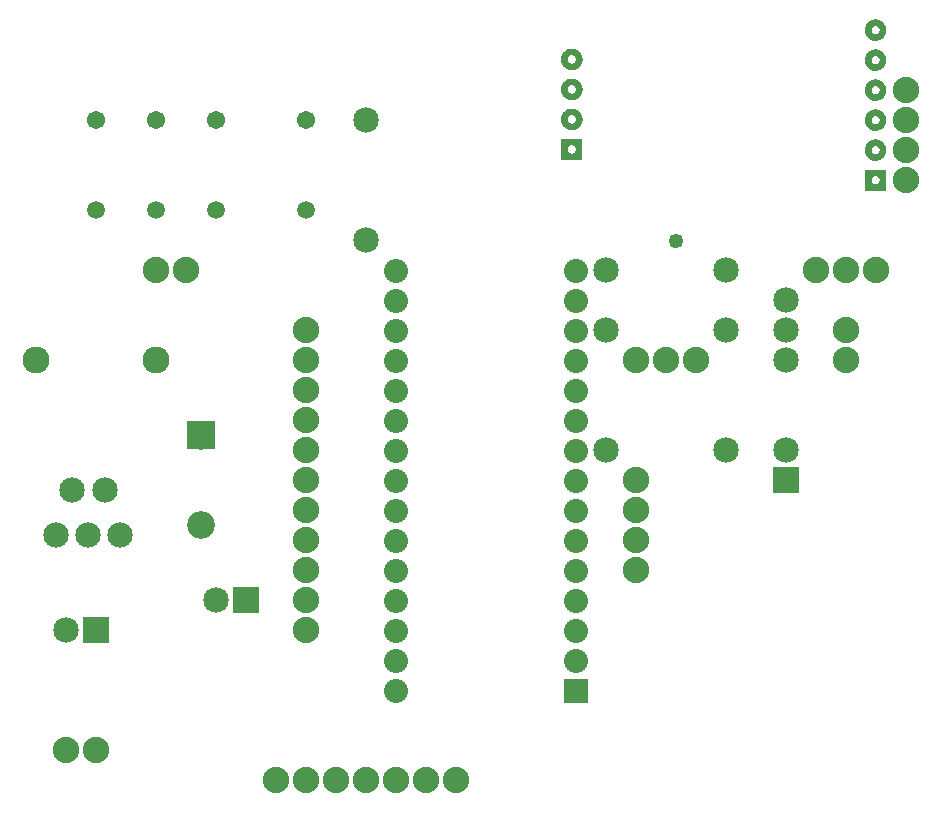
<source format=gts>
G04 MADE WITH FRITZING*
G04 WWW.FRITZING.ORG*
G04 DOUBLE SIDED*
G04 HOLES PLATED*
G04 CONTOUR ON CENTER OF CONTOUR VECTOR*
%ASAXBY*%
%FSLAX23Y23*%
%MOIN*%
%OFA0B0*%
%SFA1.0B1.0*%
%ADD10C,0.084370*%
%ADD11C,0.049370*%
%ADD12C,0.092000*%
%ADD13C,0.085000*%
%ADD14C,0.090000*%
%ADD15C,0.059312*%
%ADD16C,0.060823*%
%ADD17C,0.088000*%
%ADD18C,0.080000*%
%ADD19R,0.092000X0.092000*%
%ADD20R,0.085000X0.085000*%
%ADD21R,0.079972X0.080000*%
%ADD22R,0.001000X0.001000*%
%LNMASK1*%
G90*
G70*
G54D10*
X999Y1312D03*
X888Y1312D03*
X836Y1164D03*
X943Y1164D03*
X1049Y1164D03*
G54D11*
X2903Y2143D03*
G54D12*
X1320Y1494D03*
X1320Y1196D03*
G54D13*
X1469Y945D03*
X1369Y945D03*
X969Y845D03*
X869Y845D03*
G54D14*
X769Y1745D03*
X1169Y1745D03*
G54D15*
X1669Y2245D03*
G54D16*
X1669Y2545D03*
G54D15*
X1369Y2245D03*
G54D16*
X1369Y2545D03*
G54D15*
X1169Y2245D03*
X969Y2245D03*
G54D16*
X1169Y2545D03*
X969Y2545D03*
G54D17*
X1569Y345D03*
X1669Y345D03*
X1769Y345D03*
X1869Y345D03*
X1969Y345D03*
X2069Y345D03*
X2169Y345D03*
X2769Y1345D03*
X2769Y1245D03*
X2769Y1145D03*
X2769Y1045D03*
X3669Y2645D03*
X3669Y2545D03*
X3669Y2445D03*
X3669Y2345D03*
X1669Y1545D03*
X1669Y1445D03*
X1669Y1345D03*
X1669Y1245D03*
X1669Y1145D03*
X1669Y1045D03*
X1669Y945D03*
X1669Y845D03*
G54D13*
X2669Y2045D03*
X3069Y2045D03*
X1869Y2545D03*
X1869Y2145D03*
G54D17*
X1169Y2045D03*
X1269Y2045D03*
G54D13*
X3269Y1945D03*
X3269Y1845D03*
X3269Y1745D03*
X2669Y1845D03*
X3069Y1845D03*
G54D17*
X3469Y1845D03*
X3469Y1745D03*
X2969Y1745D03*
X2869Y1745D03*
X2769Y1745D03*
G54D18*
X2569Y644D03*
X2569Y744D03*
X2569Y844D03*
X2569Y944D03*
X2569Y1044D03*
X2569Y1144D03*
X2569Y1244D03*
X2569Y1344D03*
X2569Y1444D03*
X2569Y1544D03*
X2569Y1644D03*
X2569Y1744D03*
X2569Y1844D03*
X2569Y1944D03*
X2569Y2044D03*
X1969Y644D03*
X1969Y744D03*
X1969Y844D03*
X1969Y944D03*
X1969Y1044D03*
X1969Y1144D03*
X1969Y1244D03*
X1969Y1344D03*
X1969Y1444D03*
X1969Y1544D03*
X1969Y1644D03*
X1969Y1744D03*
X1969Y1844D03*
X1969Y1944D03*
X1969Y2044D03*
G54D13*
X2669Y1445D03*
X3069Y1445D03*
X3269Y1345D03*
X3269Y1445D03*
G54D17*
X3369Y2045D03*
X3469Y2045D03*
X3569Y2045D03*
X869Y445D03*
X969Y445D03*
X1669Y1845D03*
X1669Y1745D03*
X1669Y1645D03*
G54D19*
X1320Y1495D03*
G54D20*
X1469Y945D03*
X969Y845D03*
G54D21*
X2569Y644D03*
G54D20*
X3269Y1345D03*
G54D22*
X3563Y2881D02*
X3572Y2881D01*
X3559Y2880D02*
X3577Y2880D01*
X3556Y2879D02*
X3580Y2879D01*
X3553Y2878D02*
X3582Y2878D01*
X3551Y2877D02*
X3584Y2877D01*
X3550Y2876D02*
X3586Y2876D01*
X3548Y2875D02*
X3588Y2875D01*
X3547Y2874D02*
X3589Y2874D01*
X3545Y2873D02*
X3590Y2873D01*
X3544Y2872D02*
X3591Y2872D01*
X3543Y2871D02*
X3593Y2871D01*
X3542Y2870D02*
X3594Y2870D01*
X3541Y2869D02*
X3594Y2869D01*
X3540Y2868D02*
X3595Y2868D01*
X3540Y2867D02*
X3596Y2867D01*
X3539Y2866D02*
X3597Y2866D01*
X3538Y2865D02*
X3597Y2865D01*
X3538Y2864D02*
X3598Y2864D01*
X3537Y2863D02*
X3599Y2863D01*
X3537Y2862D02*
X3599Y2862D01*
X3536Y2861D02*
X3600Y2861D01*
X3536Y2860D02*
X3600Y2860D01*
X3535Y2859D02*
X3601Y2859D01*
X3535Y2858D02*
X3562Y2858D01*
X3574Y2858D02*
X3601Y2858D01*
X3534Y2857D02*
X3560Y2857D01*
X3575Y2857D02*
X3601Y2857D01*
X3534Y2856D02*
X3559Y2856D01*
X3577Y2856D02*
X3602Y2856D01*
X3534Y2855D02*
X3558Y2855D01*
X3578Y2855D02*
X3602Y2855D01*
X3534Y2854D02*
X3557Y2854D01*
X3579Y2854D02*
X3602Y2854D01*
X3533Y2853D02*
X3556Y2853D01*
X3580Y2853D02*
X3602Y2853D01*
X3533Y2852D02*
X3555Y2852D01*
X3580Y2852D02*
X3603Y2852D01*
X3533Y2851D02*
X3555Y2851D01*
X3581Y2851D02*
X3603Y2851D01*
X3533Y2850D02*
X3555Y2850D01*
X3581Y2850D02*
X3603Y2850D01*
X3533Y2849D02*
X3554Y2849D01*
X3581Y2849D02*
X3603Y2849D01*
X3533Y2848D02*
X3554Y2848D01*
X3582Y2848D02*
X3603Y2848D01*
X3532Y2847D02*
X3554Y2847D01*
X3582Y2847D02*
X3603Y2847D01*
X3532Y2846D02*
X3554Y2846D01*
X3582Y2846D02*
X3603Y2846D01*
X3532Y2845D02*
X3554Y2845D01*
X3582Y2845D02*
X3603Y2845D01*
X3532Y2844D02*
X3554Y2844D01*
X3582Y2844D02*
X3603Y2844D01*
X3532Y2843D02*
X3554Y2843D01*
X3582Y2843D02*
X3603Y2843D01*
X3533Y2842D02*
X3554Y2842D01*
X3581Y2842D02*
X3603Y2842D01*
X3533Y2841D02*
X3555Y2841D01*
X3581Y2841D02*
X3603Y2841D01*
X3533Y2840D02*
X3555Y2840D01*
X3581Y2840D02*
X3603Y2840D01*
X3533Y2839D02*
X3555Y2839D01*
X3580Y2839D02*
X3603Y2839D01*
X3533Y2838D02*
X3556Y2838D01*
X3580Y2838D02*
X3602Y2838D01*
X3533Y2837D02*
X3557Y2837D01*
X3579Y2837D02*
X3602Y2837D01*
X3534Y2836D02*
X3558Y2836D01*
X3578Y2836D02*
X3602Y2836D01*
X3534Y2835D02*
X3559Y2835D01*
X3577Y2835D02*
X3602Y2835D01*
X3534Y2834D02*
X3560Y2834D01*
X3576Y2834D02*
X3601Y2834D01*
X3535Y2833D02*
X3562Y2833D01*
X3574Y2833D02*
X3601Y2833D01*
X3535Y2832D02*
X3566Y2832D01*
X3569Y2832D02*
X3601Y2832D01*
X3536Y2831D02*
X3600Y2831D01*
X3536Y2830D02*
X3600Y2830D01*
X3536Y2829D02*
X3599Y2829D01*
X3537Y2828D02*
X3599Y2828D01*
X3538Y2827D02*
X3598Y2827D01*
X3538Y2826D02*
X3597Y2826D01*
X3539Y2825D02*
X3597Y2825D01*
X3540Y2824D02*
X3596Y2824D01*
X3540Y2823D02*
X3595Y2823D01*
X3541Y2822D02*
X3595Y2822D01*
X3542Y2821D02*
X3594Y2821D01*
X3543Y2820D02*
X3593Y2820D01*
X3544Y2819D02*
X3592Y2819D01*
X3545Y2818D02*
X3591Y2818D01*
X3546Y2817D02*
X3589Y2817D01*
X3548Y2816D02*
X3588Y2816D01*
X3549Y2815D02*
X3586Y2815D01*
X3551Y2814D02*
X3585Y2814D01*
X3553Y2813D02*
X3583Y2813D01*
X3555Y2812D02*
X3580Y2812D01*
X3558Y2811D02*
X3577Y2811D01*
X3563Y2810D02*
X3573Y2810D01*
X2552Y2784D02*
X2558Y2784D01*
X2547Y2783D02*
X2564Y2783D01*
X2544Y2782D02*
X2567Y2782D01*
X2541Y2781D02*
X2569Y2781D01*
X3563Y2781D02*
X3572Y2781D01*
X2539Y2780D02*
X2572Y2780D01*
X3559Y2780D02*
X3577Y2780D01*
X2537Y2779D02*
X2573Y2779D01*
X3556Y2779D02*
X3580Y2779D01*
X2536Y2778D02*
X2575Y2778D01*
X3553Y2778D02*
X3582Y2778D01*
X2534Y2777D02*
X2576Y2777D01*
X3551Y2777D02*
X3584Y2777D01*
X2533Y2776D02*
X2578Y2776D01*
X3550Y2776D02*
X3586Y2776D01*
X2532Y2775D02*
X2579Y2775D01*
X3548Y2775D02*
X3588Y2775D01*
X2531Y2774D02*
X2580Y2774D01*
X3547Y2774D02*
X3589Y2774D01*
X2530Y2773D02*
X2581Y2773D01*
X3545Y2773D02*
X3590Y2773D01*
X2529Y2772D02*
X2582Y2772D01*
X3544Y2772D02*
X3592Y2772D01*
X2528Y2771D02*
X2583Y2771D01*
X3543Y2771D02*
X3593Y2771D01*
X2527Y2770D02*
X2583Y2770D01*
X3542Y2770D02*
X3594Y2770D01*
X2527Y2769D02*
X2584Y2769D01*
X3541Y2769D02*
X3594Y2769D01*
X2526Y2768D02*
X2585Y2768D01*
X3540Y2768D02*
X3595Y2768D01*
X2525Y2767D02*
X2585Y2767D01*
X3540Y2767D02*
X3596Y2767D01*
X2525Y2766D02*
X2586Y2766D01*
X3539Y2766D02*
X3597Y2766D01*
X2524Y2765D02*
X2587Y2765D01*
X3538Y2765D02*
X3597Y2765D01*
X2524Y2764D02*
X2587Y2764D01*
X3538Y2764D02*
X3598Y2764D01*
X2523Y2763D02*
X2588Y2763D01*
X3537Y2763D02*
X3599Y2763D01*
X2523Y2762D02*
X2588Y2762D01*
X3537Y2762D02*
X3599Y2762D01*
X2522Y2761D02*
X2550Y2761D01*
X2560Y2761D02*
X2588Y2761D01*
X3536Y2761D02*
X3600Y2761D01*
X2522Y2760D02*
X2548Y2760D01*
X2563Y2760D02*
X2589Y2760D01*
X3536Y2760D02*
X3600Y2760D01*
X2522Y2759D02*
X2547Y2759D01*
X2564Y2759D02*
X2589Y2759D01*
X3535Y2759D02*
X3601Y2759D01*
X2521Y2758D02*
X2546Y2758D01*
X2565Y2758D02*
X2589Y2758D01*
X3535Y2758D02*
X3562Y2758D01*
X3573Y2758D02*
X3601Y2758D01*
X2521Y2757D02*
X2545Y2757D01*
X2566Y2757D02*
X2590Y2757D01*
X3534Y2757D02*
X3560Y2757D01*
X3575Y2757D02*
X3601Y2757D01*
X2521Y2756D02*
X2544Y2756D01*
X2567Y2756D02*
X2590Y2756D01*
X3534Y2756D02*
X3559Y2756D01*
X3577Y2756D02*
X3602Y2756D01*
X2521Y2755D02*
X2543Y2755D01*
X2568Y2755D02*
X2590Y2755D01*
X3534Y2755D02*
X3558Y2755D01*
X3578Y2755D02*
X3602Y2755D01*
X2520Y2754D02*
X2543Y2754D01*
X2568Y2754D02*
X2590Y2754D01*
X3533Y2754D02*
X3557Y2754D01*
X3579Y2754D02*
X3602Y2754D01*
X2520Y2753D02*
X2542Y2753D01*
X2569Y2753D02*
X2590Y2753D01*
X3533Y2753D02*
X3556Y2753D01*
X3580Y2753D02*
X3602Y2753D01*
X2520Y2752D02*
X2542Y2752D01*
X2569Y2752D02*
X2591Y2752D01*
X3533Y2752D02*
X3555Y2752D01*
X3580Y2752D02*
X3603Y2752D01*
X2520Y2751D02*
X2542Y2751D01*
X2569Y2751D02*
X2591Y2751D01*
X3533Y2751D02*
X3555Y2751D01*
X3581Y2751D02*
X3603Y2751D01*
X2520Y2750D02*
X2542Y2750D01*
X2569Y2750D02*
X2591Y2750D01*
X3533Y2750D02*
X3555Y2750D01*
X3581Y2750D02*
X3603Y2750D01*
X2520Y2749D02*
X2541Y2749D01*
X2569Y2749D02*
X2591Y2749D01*
X3533Y2749D02*
X3554Y2749D01*
X3581Y2749D02*
X3603Y2749D01*
X2520Y2748D02*
X2541Y2748D01*
X2569Y2748D02*
X2591Y2748D01*
X3533Y2748D02*
X3554Y2748D01*
X3582Y2748D02*
X3603Y2748D01*
X2520Y2747D02*
X2541Y2747D01*
X2569Y2747D02*
X2591Y2747D01*
X3532Y2747D02*
X3554Y2747D01*
X3582Y2747D02*
X3603Y2747D01*
X2520Y2746D02*
X2542Y2746D01*
X2569Y2746D02*
X2591Y2746D01*
X3532Y2746D02*
X3554Y2746D01*
X3582Y2746D02*
X3603Y2746D01*
X2520Y2745D02*
X2542Y2745D01*
X2569Y2745D02*
X2591Y2745D01*
X3532Y2745D02*
X3554Y2745D01*
X3582Y2745D02*
X3603Y2745D01*
X2520Y2744D02*
X2542Y2744D01*
X2569Y2744D02*
X2591Y2744D01*
X3532Y2744D02*
X3554Y2744D01*
X3582Y2744D02*
X3603Y2744D01*
X2520Y2743D02*
X2542Y2743D01*
X2568Y2743D02*
X2590Y2743D01*
X3532Y2743D02*
X3554Y2743D01*
X3582Y2743D02*
X3603Y2743D01*
X2521Y2742D02*
X2543Y2742D01*
X2568Y2742D02*
X2590Y2742D01*
X3533Y2742D02*
X3554Y2742D01*
X3581Y2742D02*
X3603Y2742D01*
X2521Y2741D02*
X2543Y2741D01*
X2567Y2741D02*
X2590Y2741D01*
X3533Y2741D02*
X3555Y2741D01*
X3581Y2741D02*
X3603Y2741D01*
X2521Y2740D02*
X2544Y2740D01*
X2567Y2740D02*
X2590Y2740D01*
X3533Y2740D02*
X3555Y2740D01*
X3581Y2740D02*
X3603Y2740D01*
X2521Y2739D02*
X2545Y2739D01*
X2566Y2739D02*
X2590Y2739D01*
X3533Y2739D02*
X3555Y2739D01*
X3580Y2739D02*
X3603Y2739D01*
X2521Y2738D02*
X2546Y2738D01*
X2565Y2738D02*
X2589Y2738D01*
X3533Y2738D02*
X3556Y2738D01*
X3580Y2738D02*
X3602Y2738D01*
X2522Y2737D02*
X2547Y2737D01*
X2563Y2737D02*
X2589Y2737D01*
X3533Y2737D02*
X3557Y2737D01*
X3579Y2737D02*
X3602Y2737D01*
X2522Y2736D02*
X2549Y2736D01*
X2562Y2736D02*
X2589Y2736D01*
X3534Y2736D02*
X3558Y2736D01*
X3578Y2736D02*
X3602Y2736D01*
X2523Y2735D02*
X2552Y2735D01*
X2559Y2735D02*
X2588Y2735D01*
X3534Y2735D02*
X3559Y2735D01*
X3577Y2735D02*
X3602Y2735D01*
X2523Y2734D02*
X2588Y2734D01*
X3534Y2734D02*
X3560Y2734D01*
X3576Y2734D02*
X3601Y2734D01*
X2523Y2733D02*
X2587Y2733D01*
X3535Y2733D02*
X3562Y2733D01*
X3574Y2733D02*
X3601Y2733D01*
X2524Y2732D02*
X2587Y2732D01*
X3535Y2732D02*
X3567Y2732D01*
X3569Y2732D02*
X3601Y2732D01*
X2524Y2731D02*
X2586Y2731D01*
X3536Y2731D02*
X3600Y2731D01*
X2525Y2730D02*
X2586Y2730D01*
X3536Y2730D02*
X3600Y2730D01*
X2526Y2729D02*
X2585Y2729D01*
X3536Y2729D02*
X3599Y2729D01*
X2526Y2728D02*
X2585Y2728D01*
X3537Y2728D02*
X3599Y2728D01*
X2527Y2727D02*
X2584Y2727D01*
X3538Y2727D02*
X3598Y2727D01*
X2528Y2726D02*
X2583Y2726D01*
X3538Y2726D02*
X3597Y2726D01*
X2528Y2725D02*
X2582Y2725D01*
X3539Y2725D02*
X3597Y2725D01*
X2529Y2724D02*
X2581Y2724D01*
X3540Y2724D02*
X3596Y2724D01*
X2530Y2723D02*
X2580Y2723D01*
X3540Y2723D02*
X3595Y2723D01*
X2531Y2722D02*
X2579Y2722D01*
X3541Y2722D02*
X3595Y2722D01*
X2532Y2721D02*
X2578Y2721D01*
X3542Y2721D02*
X3594Y2721D01*
X2534Y2720D02*
X2577Y2720D01*
X3543Y2720D02*
X3593Y2720D01*
X2535Y2719D02*
X2576Y2719D01*
X3544Y2719D02*
X3592Y2719D01*
X2537Y2718D02*
X2574Y2718D01*
X3545Y2718D02*
X3590Y2718D01*
X2538Y2717D02*
X2573Y2717D01*
X3546Y2717D02*
X3589Y2717D01*
X2540Y2716D02*
X2571Y2716D01*
X3548Y2716D02*
X3588Y2716D01*
X2542Y2715D02*
X2568Y2715D01*
X3549Y2715D02*
X3586Y2715D01*
X2545Y2714D02*
X2566Y2714D01*
X3551Y2714D02*
X3585Y2714D01*
X2549Y2713D02*
X2562Y2713D01*
X3553Y2713D02*
X3583Y2713D01*
X3555Y2712D02*
X3580Y2712D01*
X3558Y2711D02*
X3577Y2711D01*
X3563Y2710D02*
X3573Y2710D01*
X2552Y2684D02*
X2558Y2684D01*
X2547Y2683D02*
X2564Y2683D01*
X2544Y2682D02*
X2567Y2682D01*
X2541Y2681D02*
X2569Y2681D01*
X3563Y2681D02*
X3572Y2681D01*
X2539Y2680D02*
X2571Y2680D01*
X3559Y2680D02*
X3577Y2680D01*
X2537Y2679D02*
X2573Y2679D01*
X3556Y2679D02*
X3580Y2679D01*
X2536Y2678D02*
X2575Y2678D01*
X3553Y2678D02*
X3582Y2678D01*
X2534Y2677D02*
X2576Y2677D01*
X3551Y2677D02*
X3584Y2677D01*
X2533Y2676D02*
X2578Y2676D01*
X3550Y2676D02*
X3586Y2676D01*
X2532Y2675D02*
X2579Y2675D01*
X3548Y2675D02*
X3588Y2675D01*
X2531Y2674D02*
X2580Y2674D01*
X3547Y2674D02*
X3589Y2674D01*
X2530Y2673D02*
X2581Y2673D01*
X3545Y2673D02*
X3590Y2673D01*
X2529Y2672D02*
X2582Y2672D01*
X3544Y2672D02*
X3592Y2672D01*
X2528Y2671D02*
X2583Y2671D01*
X3543Y2671D02*
X3593Y2671D01*
X2527Y2670D02*
X2583Y2670D01*
X3542Y2670D02*
X3594Y2670D01*
X2527Y2669D02*
X2584Y2669D01*
X3541Y2669D02*
X3594Y2669D01*
X2526Y2668D02*
X2585Y2668D01*
X3540Y2668D02*
X3595Y2668D01*
X2525Y2667D02*
X2585Y2667D01*
X3540Y2667D02*
X3596Y2667D01*
X2525Y2666D02*
X2586Y2666D01*
X3539Y2666D02*
X3597Y2666D01*
X2524Y2665D02*
X2587Y2665D01*
X3538Y2665D02*
X3597Y2665D01*
X2524Y2664D02*
X2587Y2664D01*
X3538Y2664D02*
X3598Y2664D01*
X2523Y2663D02*
X2588Y2663D01*
X3537Y2663D02*
X3599Y2663D01*
X2523Y2662D02*
X2588Y2662D01*
X3537Y2662D02*
X3599Y2662D01*
X2522Y2661D02*
X2550Y2661D01*
X2560Y2661D02*
X2588Y2661D01*
X3536Y2661D02*
X3600Y2661D01*
X2522Y2660D02*
X2548Y2660D01*
X2563Y2660D02*
X2589Y2660D01*
X3536Y2660D02*
X3600Y2660D01*
X2522Y2659D02*
X2547Y2659D01*
X2564Y2659D02*
X2589Y2659D01*
X3535Y2659D02*
X3601Y2659D01*
X2521Y2658D02*
X2546Y2658D01*
X2565Y2658D02*
X2589Y2658D01*
X3535Y2658D02*
X3562Y2658D01*
X3574Y2658D02*
X3601Y2658D01*
X2521Y2657D02*
X2545Y2657D01*
X2566Y2657D02*
X2590Y2657D01*
X3534Y2657D02*
X3560Y2657D01*
X3575Y2657D02*
X3601Y2657D01*
X2521Y2656D02*
X2544Y2656D01*
X2567Y2656D02*
X2590Y2656D01*
X3534Y2656D02*
X3559Y2656D01*
X3577Y2656D02*
X3602Y2656D01*
X2521Y2655D02*
X2543Y2655D01*
X2568Y2655D02*
X2590Y2655D01*
X3534Y2655D02*
X3558Y2655D01*
X3578Y2655D02*
X3602Y2655D01*
X2520Y2654D02*
X2543Y2654D01*
X2568Y2654D02*
X2590Y2654D01*
X3534Y2654D02*
X3557Y2654D01*
X3579Y2654D02*
X3602Y2654D01*
X2520Y2653D02*
X2542Y2653D01*
X2569Y2653D02*
X2590Y2653D01*
X3533Y2653D02*
X3556Y2653D01*
X3580Y2653D02*
X3602Y2653D01*
X2520Y2652D02*
X2542Y2652D01*
X2569Y2652D02*
X2591Y2652D01*
X3533Y2652D02*
X3555Y2652D01*
X3580Y2652D02*
X3603Y2652D01*
X2520Y2651D02*
X2542Y2651D01*
X2569Y2651D02*
X2591Y2651D01*
X3533Y2651D02*
X3555Y2651D01*
X3581Y2651D02*
X3603Y2651D01*
X2520Y2650D02*
X2542Y2650D01*
X2569Y2650D02*
X2591Y2650D01*
X3533Y2650D02*
X3555Y2650D01*
X3581Y2650D02*
X3603Y2650D01*
X2520Y2649D02*
X2541Y2649D01*
X2569Y2649D02*
X2591Y2649D01*
X3533Y2649D02*
X3554Y2649D01*
X3581Y2649D02*
X3603Y2649D01*
X2520Y2648D02*
X2541Y2648D01*
X2569Y2648D02*
X2591Y2648D01*
X3533Y2648D02*
X3554Y2648D01*
X3582Y2648D02*
X3603Y2648D01*
X2520Y2647D02*
X2541Y2647D01*
X2569Y2647D02*
X2591Y2647D01*
X3532Y2647D02*
X3554Y2647D01*
X3582Y2647D02*
X3603Y2647D01*
X2520Y2646D02*
X2542Y2646D01*
X2569Y2646D02*
X2591Y2646D01*
X3532Y2646D02*
X3554Y2646D01*
X3582Y2646D02*
X3603Y2646D01*
X2520Y2645D02*
X2542Y2645D01*
X2569Y2645D02*
X2591Y2645D01*
X3532Y2645D02*
X3554Y2645D01*
X3582Y2645D02*
X3603Y2645D01*
X2520Y2644D02*
X2542Y2644D01*
X2569Y2644D02*
X2591Y2644D01*
X3532Y2644D02*
X3554Y2644D01*
X3582Y2644D02*
X3603Y2644D01*
X2520Y2643D02*
X2542Y2643D01*
X2568Y2643D02*
X2590Y2643D01*
X3532Y2643D02*
X3554Y2643D01*
X3582Y2643D02*
X3603Y2643D01*
X2521Y2642D02*
X2543Y2642D01*
X2568Y2642D02*
X2590Y2642D01*
X3533Y2642D02*
X3554Y2642D01*
X3581Y2642D02*
X3603Y2642D01*
X2521Y2641D02*
X2543Y2641D01*
X2567Y2641D02*
X2590Y2641D01*
X3533Y2641D02*
X3555Y2641D01*
X3581Y2641D02*
X3603Y2641D01*
X2521Y2640D02*
X2544Y2640D01*
X2567Y2640D02*
X2590Y2640D01*
X3533Y2640D02*
X3555Y2640D01*
X3581Y2640D02*
X3603Y2640D01*
X2521Y2639D02*
X2545Y2639D01*
X2566Y2639D02*
X2590Y2639D01*
X3533Y2639D02*
X3555Y2639D01*
X3580Y2639D02*
X3603Y2639D01*
X2521Y2638D02*
X2546Y2638D01*
X2565Y2638D02*
X2589Y2638D01*
X3533Y2638D02*
X3556Y2638D01*
X3580Y2638D02*
X3602Y2638D01*
X2522Y2637D02*
X2547Y2637D01*
X2563Y2637D02*
X2589Y2637D01*
X3533Y2637D02*
X3557Y2637D01*
X3579Y2637D02*
X3602Y2637D01*
X2522Y2636D02*
X2549Y2636D01*
X2562Y2636D02*
X2589Y2636D01*
X3534Y2636D02*
X3558Y2636D01*
X3578Y2636D02*
X3602Y2636D01*
X2523Y2635D02*
X2552Y2635D01*
X2559Y2635D02*
X2588Y2635D01*
X3534Y2635D02*
X3559Y2635D01*
X3577Y2635D02*
X3602Y2635D01*
X2523Y2634D02*
X2588Y2634D01*
X3534Y2634D02*
X3560Y2634D01*
X3576Y2634D02*
X3601Y2634D01*
X2523Y2633D02*
X2587Y2633D01*
X3535Y2633D02*
X3562Y2633D01*
X3574Y2633D02*
X3601Y2633D01*
X2524Y2632D02*
X2587Y2632D01*
X3535Y2632D02*
X3567Y2632D01*
X3569Y2632D02*
X3601Y2632D01*
X2524Y2631D02*
X2586Y2631D01*
X3536Y2631D02*
X3600Y2631D01*
X2525Y2630D02*
X2586Y2630D01*
X3536Y2630D02*
X3600Y2630D01*
X2526Y2629D02*
X2585Y2629D01*
X3536Y2629D02*
X3599Y2629D01*
X2526Y2628D02*
X2585Y2628D01*
X3537Y2628D02*
X3599Y2628D01*
X2527Y2627D02*
X2584Y2627D01*
X3538Y2627D02*
X3598Y2627D01*
X2528Y2626D02*
X2583Y2626D01*
X3538Y2626D02*
X3597Y2626D01*
X2528Y2625D02*
X2582Y2625D01*
X3539Y2625D02*
X3597Y2625D01*
X2529Y2624D02*
X2581Y2624D01*
X3540Y2624D02*
X3596Y2624D01*
X2530Y2623D02*
X2580Y2623D01*
X3540Y2623D02*
X3595Y2623D01*
X2531Y2622D02*
X2579Y2622D01*
X3541Y2622D02*
X3595Y2622D01*
X2532Y2621D02*
X2578Y2621D01*
X3542Y2621D02*
X3594Y2621D01*
X2534Y2620D02*
X2577Y2620D01*
X3543Y2620D02*
X3593Y2620D01*
X2535Y2619D02*
X2576Y2619D01*
X3544Y2619D02*
X3592Y2619D01*
X2537Y2618D02*
X2574Y2618D01*
X3545Y2618D02*
X3591Y2618D01*
X2538Y2617D02*
X2572Y2617D01*
X3546Y2617D02*
X3589Y2617D01*
X2540Y2616D02*
X2570Y2616D01*
X3548Y2616D02*
X3588Y2616D01*
X2542Y2615D02*
X2568Y2615D01*
X3549Y2615D02*
X3586Y2615D01*
X2545Y2614D02*
X2566Y2614D01*
X3551Y2614D02*
X3585Y2614D01*
X2549Y2613D02*
X2562Y2613D01*
X3553Y2613D02*
X3583Y2613D01*
X3555Y2612D02*
X3580Y2612D01*
X3558Y2611D02*
X3577Y2611D01*
X3563Y2610D02*
X3573Y2610D01*
X2553Y2584D02*
X2558Y2584D01*
X2547Y2583D02*
X2564Y2583D01*
X2544Y2582D02*
X2567Y2582D01*
X2541Y2581D02*
X2569Y2581D01*
X3563Y2581D02*
X3572Y2581D01*
X2539Y2580D02*
X2571Y2580D01*
X3559Y2580D02*
X3577Y2580D01*
X2537Y2579D02*
X2573Y2579D01*
X3556Y2579D02*
X3580Y2579D01*
X2536Y2578D02*
X2575Y2578D01*
X3553Y2578D02*
X3582Y2578D01*
X2534Y2577D02*
X2576Y2577D01*
X3551Y2577D02*
X3584Y2577D01*
X2533Y2576D02*
X2578Y2576D01*
X3550Y2576D02*
X3586Y2576D01*
X2532Y2575D02*
X2579Y2575D01*
X3548Y2575D02*
X3588Y2575D01*
X2531Y2574D02*
X2580Y2574D01*
X3547Y2574D02*
X3589Y2574D01*
X2530Y2573D02*
X2581Y2573D01*
X3545Y2573D02*
X3590Y2573D01*
X2529Y2572D02*
X2582Y2572D01*
X3544Y2572D02*
X3592Y2572D01*
X2528Y2571D02*
X2583Y2571D01*
X3543Y2571D02*
X3593Y2571D01*
X2527Y2570D02*
X2583Y2570D01*
X3542Y2570D02*
X3594Y2570D01*
X2527Y2569D02*
X2584Y2569D01*
X3541Y2569D02*
X3594Y2569D01*
X2526Y2568D02*
X2585Y2568D01*
X3540Y2568D02*
X3595Y2568D01*
X2525Y2567D02*
X2585Y2567D01*
X3540Y2567D02*
X3596Y2567D01*
X2525Y2566D02*
X2586Y2566D01*
X3539Y2566D02*
X3597Y2566D01*
X2524Y2565D02*
X2587Y2565D01*
X3538Y2565D02*
X3597Y2565D01*
X2524Y2564D02*
X2587Y2564D01*
X3538Y2564D02*
X3598Y2564D01*
X2523Y2563D02*
X2588Y2563D01*
X3537Y2563D02*
X3599Y2563D01*
X2523Y2562D02*
X2588Y2562D01*
X3537Y2562D02*
X3599Y2562D01*
X2522Y2561D02*
X2550Y2561D01*
X2560Y2561D02*
X2588Y2561D01*
X3536Y2561D02*
X3600Y2561D01*
X2522Y2560D02*
X2548Y2560D01*
X2562Y2560D02*
X2589Y2560D01*
X3536Y2560D02*
X3600Y2560D01*
X2522Y2559D02*
X2547Y2559D01*
X2564Y2559D02*
X2589Y2559D01*
X3535Y2559D02*
X3601Y2559D01*
X2521Y2558D02*
X2546Y2558D01*
X2565Y2558D02*
X2589Y2558D01*
X3535Y2558D02*
X3562Y2558D01*
X3574Y2558D02*
X3601Y2558D01*
X2521Y2557D02*
X2545Y2557D01*
X2566Y2557D02*
X2590Y2557D01*
X3534Y2557D02*
X3560Y2557D01*
X3575Y2557D02*
X3601Y2557D01*
X2521Y2556D02*
X2544Y2556D01*
X2567Y2556D02*
X2590Y2556D01*
X3534Y2556D02*
X3559Y2556D01*
X3577Y2556D02*
X3602Y2556D01*
X2521Y2555D02*
X2543Y2555D01*
X2568Y2555D02*
X2590Y2555D01*
X3534Y2555D02*
X3558Y2555D01*
X3578Y2555D02*
X3602Y2555D01*
X2520Y2554D02*
X2543Y2554D01*
X2568Y2554D02*
X2590Y2554D01*
X3534Y2554D02*
X3557Y2554D01*
X3579Y2554D02*
X3602Y2554D01*
X2520Y2553D02*
X2542Y2553D01*
X2569Y2553D02*
X2590Y2553D01*
X3533Y2553D02*
X3556Y2553D01*
X3580Y2553D02*
X3602Y2553D01*
X2520Y2552D02*
X2542Y2552D01*
X2569Y2552D02*
X2591Y2552D01*
X3533Y2552D02*
X3555Y2552D01*
X3580Y2552D02*
X3603Y2552D01*
X2520Y2551D02*
X2542Y2551D01*
X2569Y2551D02*
X2591Y2551D01*
X3533Y2551D02*
X3555Y2551D01*
X3581Y2551D02*
X3603Y2551D01*
X2520Y2550D02*
X2541Y2550D01*
X2569Y2550D02*
X2591Y2550D01*
X3533Y2550D02*
X3555Y2550D01*
X3581Y2550D02*
X3603Y2550D01*
X2520Y2549D02*
X2541Y2549D01*
X2569Y2549D02*
X2591Y2549D01*
X3533Y2549D02*
X3554Y2549D01*
X3581Y2549D02*
X3603Y2549D01*
X2520Y2548D02*
X2541Y2548D01*
X2569Y2548D02*
X2591Y2548D01*
X3533Y2548D02*
X3554Y2548D01*
X3582Y2548D02*
X3603Y2548D01*
X2520Y2547D02*
X2541Y2547D01*
X2569Y2547D02*
X2591Y2547D01*
X3532Y2547D02*
X3554Y2547D01*
X3582Y2547D02*
X3603Y2547D01*
X2520Y2546D02*
X2542Y2546D01*
X2569Y2546D02*
X2591Y2546D01*
X3532Y2546D02*
X3554Y2546D01*
X3582Y2546D02*
X3603Y2546D01*
X2520Y2545D02*
X2542Y2545D01*
X2569Y2545D02*
X2591Y2545D01*
X3532Y2545D02*
X3554Y2545D01*
X3582Y2545D02*
X3603Y2545D01*
X2520Y2544D02*
X2542Y2544D01*
X2569Y2544D02*
X2591Y2544D01*
X3532Y2544D02*
X3554Y2544D01*
X3582Y2544D02*
X3603Y2544D01*
X2520Y2543D02*
X2542Y2543D01*
X2568Y2543D02*
X2590Y2543D01*
X3532Y2543D02*
X3554Y2543D01*
X3582Y2543D02*
X3603Y2543D01*
X2521Y2542D02*
X2543Y2542D01*
X2568Y2542D02*
X2590Y2542D01*
X3533Y2542D02*
X3554Y2542D01*
X3581Y2542D02*
X3603Y2542D01*
X2521Y2541D02*
X2543Y2541D01*
X2567Y2541D02*
X2590Y2541D01*
X3533Y2541D02*
X3555Y2541D01*
X3581Y2541D02*
X3603Y2541D01*
X2521Y2540D02*
X2544Y2540D01*
X2567Y2540D02*
X2590Y2540D01*
X3533Y2540D02*
X3555Y2540D01*
X3581Y2540D02*
X3603Y2540D01*
X2521Y2539D02*
X2545Y2539D01*
X2566Y2539D02*
X2590Y2539D01*
X3533Y2539D02*
X3555Y2539D01*
X3580Y2539D02*
X3603Y2539D01*
X2521Y2538D02*
X2546Y2538D01*
X2565Y2538D02*
X2589Y2538D01*
X3533Y2538D02*
X3556Y2538D01*
X3580Y2538D02*
X3602Y2538D01*
X2522Y2537D02*
X2547Y2537D01*
X2563Y2537D02*
X2589Y2537D01*
X3533Y2537D02*
X3557Y2537D01*
X3579Y2537D02*
X3602Y2537D01*
X2522Y2536D02*
X2549Y2536D01*
X2562Y2536D02*
X2589Y2536D01*
X3534Y2536D02*
X3558Y2536D01*
X3578Y2536D02*
X3602Y2536D01*
X2523Y2535D02*
X2552Y2535D01*
X2559Y2535D02*
X2588Y2535D01*
X3534Y2535D02*
X3559Y2535D01*
X3577Y2535D02*
X3602Y2535D01*
X2523Y2534D02*
X2588Y2534D01*
X3534Y2534D02*
X3560Y2534D01*
X3576Y2534D02*
X3601Y2534D01*
X2523Y2533D02*
X2587Y2533D01*
X3535Y2533D02*
X3562Y2533D01*
X3574Y2533D02*
X3601Y2533D01*
X2524Y2532D02*
X2587Y2532D01*
X3535Y2532D02*
X3566Y2532D01*
X3569Y2532D02*
X3601Y2532D01*
X2524Y2531D02*
X2586Y2531D01*
X3536Y2531D02*
X3600Y2531D01*
X2525Y2530D02*
X2586Y2530D01*
X3536Y2530D02*
X3600Y2530D01*
X2526Y2529D02*
X2585Y2529D01*
X3536Y2529D02*
X3599Y2529D01*
X2526Y2528D02*
X2585Y2528D01*
X3537Y2528D02*
X3599Y2528D01*
X2527Y2527D02*
X2584Y2527D01*
X3538Y2527D02*
X3598Y2527D01*
X2528Y2526D02*
X2583Y2526D01*
X3538Y2526D02*
X3597Y2526D01*
X2528Y2525D02*
X2582Y2525D01*
X3539Y2525D02*
X3597Y2525D01*
X2529Y2524D02*
X2581Y2524D01*
X3540Y2524D02*
X3596Y2524D01*
X2530Y2523D02*
X2580Y2523D01*
X3540Y2523D02*
X3595Y2523D01*
X2531Y2522D02*
X2579Y2522D01*
X3541Y2522D02*
X3595Y2522D01*
X2532Y2521D02*
X2578Y2521D01*
X3542Y2521D02*
X3594Y2521D01*
X2534Y2520D02*
X2577Y2520D01*
X3543Y2520D02*
X3593Y2520D01*
X2535Y2519D02*
X2576Y2519D01*
X3544Y2519D02*
X3592Y2519D01*
X2537Y2518D02*
X2574Y2518D01*
X3545Y2518D02*
X3591Y2518D01*
X2538Y2517D02*
X2573Y2517D01*
X3546Y2517D02*
X3589Y2517D01*
X2540Y2516D02*
X2571Y2516D01*
X3548Y2516D02*
X3588Y2516D01*
X2542Y2515D02*
X2568Y2515D01*
X3549Y2515D02*
X3586Y2515D01*
X2545Y2514D02*
X2566Y2514D01*
X3551Y2514D02*
X3585Y2514D01*
X2549Y2513D02*
X2562Y2513D01*
X3553Y2513D02*
X3583Y2513D01*
X3555Y2512D02*
X3580Y2512D01*
X3558Y2511D02*
X3577Y2511D01*
X3563Y2510D02*
X3573Y2510D01*
X2521Y2483D02*
X2589Y2483D01*
X2521Y2482D02*
X2590Y2482D01*
X2521Y2481D02*
X2590Y2481D01*
X3563Y2481D02*
X3572Y2481D01*
X2521Y2480D02*
X2590Y2480D01*
X3559Y2480D02*
X3577Y2480D01*
X2521Y2479D02*
X2590Y2479D01*
X3556Y2479D02*
X3580Y2479D01*
X2521Y2478D02*
X2590Y2478D01*
X3553Y2478D02*
X3582Y2478D01*
X2521Y2477D02*
X2590Y2477D01*
X3551Y2477D02*
X3584Y2477D01*
X2521Y2476D02*
X2590Y2476D01*
X3550Y2476D02*
X3586Y2476D01*
X2521Y2475D02*
X2590Y2475D01*
X3548Y2475D02*
X3588Y2475D01*
X2521Y2474D02*
X2590Y2474D01*
X3547Y2474D02*
X3589Y2474D01*
X2521Y2473D02*
X2590Y2473D01*
X3545Y2473D02*
X3590Y2473D01*
X2521Y2472D02*
X2590Y2472D01*
X3544Y2472D02*
X3592Y2472D01*
X2521Y2471D02*
X2590Y2471D01*
X3543Y2471D02*
X3593Y2471D01*
X2521Y2470D02*
X2590Y2470D01*
X3542Y2470D02*
X3594Y2470D01*
X2521Y2469D02*
X2590Y2469D01*
X3541Y2469D02*
X3594Y2469D01*
X2521Y2468D02*
X2590Y2468D01*
X3540Y2468D02*
X3595Y2468D01*
X2521Y2467D02*
X2590Y2467D01*
X3540Y2467D02*
X3596Y2467D01*
X2521Y2466D02*
X2590Y2466D01*
X3539Y2466D02*
X3597Y2466D01*
X2521Y2465D02*
X2590Y2465D01*
X3538Y2465D02*
X3597Y2465D01*
X2521Y2464D02*
X2590Y2464D01*
X3538Y2464D02*
X3598Y2464D01*
X2521Y2463D02*
X2590Y2463D01*
X3537Y2463D02*
X3599Y2463D01*
X2521Y2462D02*
X2590Y2462D01*
X3537Y2462D02*
X3599Y2462D01*
X2521Y2461D02*
X2550Y2461D01*
X2560Y2461D02*
X2590Y2461D01*
X3536Y2461D02*
X3600Y2461D01*
X2521Y2460D02*
X2548Y2460D01*
X2563Y2460D02*
X2590Y2460D01*
X3536Y2460D02*
X3600Y2460D01*
X2521Y2459D02*
X2547Y2459D01*
X2564Y2459D02*
X2590Y2459D01*
X3535Y2459D02*
X3601Y2459D01*
X2521Y2458D02*
X2546Y2458D01*
X2565Y2458D02*
X2590Y2458D01*
X3535Y2458D02*
X3562Y2458D01*
X3574Y2458D02*
X3601Y2458D01*
X2521Y2457D02*
X2545Y2457D01*
X2566Y2457D02*
X2590Y2457D01*
X3534Y2457D02*
X3560Y2457D01*
X3575Y2457D02*
X3601Y2457D01*
X2521Y2456D02*
X2544Y2456D01*
X2567Y2456D02*
X2590Y2456D01*
X3534Y2456D02*
X3559Y2456D01*
X3577Y2456D02*
X3602Y2456D01*
X2521Y2455D02*
X2543Y2455D01*
X2568Y2455D02*
X2590Y2455D01*
X3534Y2455D02*
X3558Y2455D01*
X3578Y2455D02*
X3602Y2455D01*
X2521Y2454D02*
X2543Y2454D01*
X2568Y2454D02*
X2590Y2454D01*
X3533Y2454D02*
X3557Y2454D01*
X3579Y2454D02*
X3602Y2454D01*
X2521Y2453D02*
X2542Y2453D01*
X2569Y2453D02*
X2590Y2453D01*
X3533Y2453D02*
X3556Y2453D01*
X3580Y2453D02*
X3602Y2453D01*
X2521Y2452D02*
X2542Y2452D01*
X2569Y2452D02*
X2590Y2452D01*
X3533Y2452D02*
X3555Y2452D01*
X3580Y2452D02*
X3603Y2452D01*
X2521Y2451D02*
X2542Y2451D01*
X2569Y2451D02*
X2590Y2451D01*
X3533Y2451D02*
X3555Y2451D01*
X3581Y2451D02*
X3603Y2451D01*
X2521Y2450D02*
X2541Y2450D01*
X2569Y2450D02*
X2590Y2450D01*
X3533Y2450D02*
X3555Y2450D01*
X3581Y2450D02*
X3603Y2450D01*
X2521Y2449D02*
X2541Y2449D01*
X2569Y2449D02*
X2590Y2449D01*
X3533Y2449D02*
X3554Y2449D01*
X3581Y2449D02*
X3603Y2449D01*
X2521Y2448D02*
X2541Y2448D01*
X2569Y2448D02*
X2590Y2448D01*
X3533Y2448D02*
X3554Y2448D01*
X3582Y2448D02*
X3603Y2448D01*
X2521Y2447D02*
X2541Y2447D01*
X2569Y2447D02*
X2590Y2447D01*
X3532Y2447D02*
X3554Y2447D01*
X3582Y2447D02*
X3603Y2447D01*
X2521Y2446D02*
X2542Y2446D01*
X2569Y2446D02*
X2590Y2446D01*
X3532Y2446D02*
X3554Y2446D01*
X3582Y2446D02*
X3603Y2446D01*
X2521Y2445D02*
X2542Y2445D01*
X2569Y2445D02*
X2590Y2445D01*
X3532Y2445D02*
X3554Y2445D01*
X3582Y2445D02*
X3603Y2445D01*
X2521Y2444D02*
X2542Y2444D01*
X2569Y2444D02*
X2590Y2444D01*
X3532Y2444D02*
X3554Y2444D01*
X3582Y2444D02*
X3603Y2444D01*
X2521Y2443D02*
X2542Y2443D01*
X2568Y2443D02*
X2590Y2443D01*
X3532Y2443D02*
X3554Y2443D01*
X3582Y2443D02*
X3603Y2443D01*
X2521Y2442D02*
X2543Y2442D01*
X2568Y2442D02*
X2590Y2442D01*
X3533Y2442D02*
X3554Y2442D01*
X3581Y2442D02*
X3603Y2442D01*
X2521Y2441D02*
X2543Y2441D01*
X2567Y2441D02*
X2590Y2441D01*
X3533Y2441D02*
X3555Y2441D01*
X3581Y2441D02*
X3603Y2441D01*
X2521Y2440D02*
X2544Y2440D01*
X2567Y2440D02*
X2590Y2440D01*
X3533Y2440D02*
X3555Y2440D01*
X3581Y2440D02*
X3603Y2440D01*
X2521Y2439D02*
X2545Y2439D01*
X2566Y2439D02*
X2590Y2439D01*
X3533Y2439D02*
X3555Y2439D01*
X3580Y2439D02*
X3603Y2439D01*
X2521Y2438D02*
X2546Y2438D01*
X2565Y2438D02*
X2590Y2438D01*
X3533Y2438D02*
X3556Y2438D01*
X3580Y2438D02*
X3602Y2438D01*
X2521Y2437D02*
X2547Y2437D01*
X2563Y2437D02*
X2590Y2437D01*
X3533Y2437D02*
X3557Y2437D01*
X3579Y2437D02*
X3602Y2437D01*
X2521Y2436D02*
X2549Y2436D01*
X2562Y2436D02*
X2590Y2436D01*
X3534Y2436D02*
X3558Y2436D01*
X3578Y2436D02*
X3602Y2436D01*
X2521Y2435D02*
X2552Y2435D01*
X2559Y2435D02*
X2590Y2435D01*
X3534Y2435D02*
X3559Y2435D01*
X3577Y2435D02*
X3602Y2435D01*
X2521Y2434D02*
X2590Y2434D01*
X3534Y2434D02*
X3560Y2434D01*
X3576Y2434D02*
X3601Y2434D01*
X2521Y2433D02*
X2590Y2433D01*
X3535Y2433D02*
X3562Y2433D01*
X3574Y2433D02*
X3601Y2433D01*
X2521Y2432D02*
X2590Y2432D01*
X3535Y2432D02*
X3567Y2432D01*
X3569Y2432D02*
X3601Y2432D01*
X2521Y2431D02*
X2590Y2431D01*
X3536Y2431D02*
X3600Y2431D01*
X2521Y2430D02*
X2590Y2430D01*
X3536Y2430D02*
X3600Y2430D01*
X2521Y2429D02*
X2590Y2429D01*
X3536Y2429D02*
X3599Y2429D01*
X2521Y2428D02*
X2590Y2428D01*
X3537Y2428D02*
X3599Y2428D01*
X2521Y2427D02*
X2590Y2427D01*
X3538Y2427D02*
X3598Y2427D01*
X2521Y2426D02*
X2590Y2426D01*
X3538Y2426D02*
X3597Y2426D01*
X2521Y2425D02*
X2590Y2425D01*
X3539Y2425D02*
X3597Y2425D01*
X2521Y2424D02*
X2590Y2424D01*
X3540Y2424D02*
X3596Y2424D01*
X2521Y2423D02*
X2590Y2423D01*
X3540Y2423D02*
X3595Y2423D01*
X2521Y2422D02*
X2590Y2422D01*
X3541Y2422D02*
X3595Y2422D01*
X2521Y2421D02*
X2590Y2421D01*
X3542Y2421D02*
X3594Y2421D01*
X2521Y2420D02*
X2590Y2420D01*
X3543Y2420D02*
X3593Y2420D01*
X2521Y2419D02*
X2590Y2419D01*
X3544Y2419D02*
X3592Y2419D01*
X2521Y2418D02*
X2590Y2418D01*
X3545Y2418D02*
X3590Y2418D01*
X2521Y2417D02*
X2590Y2417D01*
X3546Y2417D02*
X3589Y2417D01*
X2521Y2416D02*
X2590Y2416D01*
X3548Y2416D02*
X3588Y2416D01*
X2521Y2415D02*
X2590Y2415D01*
X3549Y2415D02*
X3586Y2415D01*
X2521Y2414D02*
X2590Y2414D01*
X3551Y2414D02*
X3585Y2414D01*
X3553Y2413D02*
X3583Y2413D01*
X3555Y2412D02*
X3580Y2412D01*
X3558Y2411D02*
X3577Y2411D01*
X3563Y2410D02*
X3573Y2410D01*
X3534Y2380D02*
X3602Y2380D01*
X3534Y2379D02*
X3602Y2379D01*
X3534Y2378D02*
X3602Y2378D01*
X3534Y2377D02*
X3602Y2377D01*
X3534Y2376D02*
X3602Y2376D01*
X3534Y2375D02*
X3602Y2375D01*
X3534Y2374D02*
X3602Y2374D01*
X3534Y2373D02*
X3602Y2373D01*
X3534Y2372D02*
X3602Y2372D01*
X3534Y2371D02*
X3602Y2371D01*
X3534Y2370D02*
X3602Y2370D01*
X3534Y2369D02*
X3602Y2369D01*
X3534Y2368D02*
X3602Y2368D01*
X3534Y2367D02*
X3602Y2367D01*
X3534Y2366D02*
X3602Y2366D01*
X3534Y2365D02*
X3602Y2365D01*
X3534Y2364D02*
X3602Y2364D01*
X3534Y2363D02*
X3602Y2363D01*
X3534Y2362D02*
X3602Y2362D01*
X3534Y2361D02*
X3602Y2361D01*
X3534Y2360D02*
X3602Y2360D01*
X3534Y2359D02*
X3602Y2359D01*
X3534Y2358D02*
X3562Y2358D01*
X3574Y2358D02*
X3602Y2358D01*
X3534Y2357D02*
X3560Y2357D01*
X3575Y2357D02*
X3602Y2357D01*
X3534Y2356D02*
X3559Y2356D01*
X3577Y2356D02*
X3602Y2356D01*
X3534Y2355D02*
X3558Y2355D01*
X3578Y2355D02*
X3602Y2355D01*
X3534Y2354D02*
X3557Y2354D01*
X3579Y2354D02*
X3602Y2354D01*
X3534Y2353D02*
X3556Y2353D01*
X3580Y2353D02*
X3602Y2353D01*
X3534Y2352D02*
X3555Y2352D01*
X3580Y2352D02*
X3602Y2352D01*
X3534Y2351D02*
X3555Y2351D01*
X3581Y2351D02*
X3602Y2351D01*
X3534Y2350D02*
X3555Y2350D01*
X3581Y2350D02*
X3602Y2350D01*
X3534Y2349D02*
X3554Y2349D01*
X3581Y2349D02*
X3602Y2349D01*
X3534Y2348D02*
X3554Y2348D01*
X3582Y2348D02*
X3602Y2348D01*
X3534Y2347D02*
X3554Y2347D01*
X3582Y2347D02*
X3602Y2347D01*
X3534Y2346D02*
X3554Y2346D01*
X3582Y2346D02*
X3602Y2346D01*
X3534Y2345D02*
X3554Y2345D01*
X3582Y2345D02*
X3602Y2345D01*
X3534Y2344D02*
X3554Y2344D01*
X3582Y2344D02*
X3602Y2344D01*
X3534Y2343D02*
X3554Y2343D01*
X3582Y2343D02*
X3602Y2343D01*
X3534Y2342D02*
X3554Y2342D01*
X3581Y2342D02*
X3602Y2342D01*
X3534Y2341D02*
X3555Y2341D01*
X3581Y2341D02*
X3602Y2341D01*
X3534Y2340D02*
X3555Y2340D01*
X3581Y2340D02*
X3602Y2340D01*
X3534Y2339D02*
X3555Y2339D01*
X3580Y2339D02*
X3602Y2339D01*
X3534Y2338D02*
X3556Y2338D01*
X3580Y2338D02*
X3602Y2338D01*
X3534Y2337D02*
X3557Y2337D01*
X3579Y2337D02*
X3602Y2337D01*
X3534Y2336D02*
X3558Y2336D01*
X3578Y2336D02*
X3602Y2336D01*
X3534Y2335D02*
X3559Y2335D01*
X3577Y2335D02*
X3602Y2335D01*
X3534Y2334D02*
X3560Y2334D01*
X3576Y2334D02*
X3602Y2334D01*
X3534Y2333D02*
X3562Y2333D01*
X3574Y2333D02*
X3602Y2333D01*
X3534Y2332D02*
X3567Y2332D01*
X3569Y2332D02*
X3602Y2332D01*
X3534Y2331D02*
X3602Y2331D01*
X3534Y2330D02*
X3602Y2330D01*
X3534Y2329D02*
X3602Y2329D01*
X3534Y2328D02*
X3602Y2328D01*
X3534Y2327D02*
X3602Y2327D01*
X3534Y2326D02*
X3602Y2326D01*
X3534Y2325D02*
X3602Y2325D01*
X3534Y2324D02*
X3602Y2324D01*
X3534Y2323D02*
X3602Y2323D01*
X3534Y2322D02*
X3602Y2322D01*
X3534Y2321D02*
X3602Y2321D01*
X3534Y2320D02*
X3602Y2320D01*
X3534Y2319D02*
X3602Y2319D01*
X3534Y2318D02*
X3602Y2318D01*
X3534Y2317D02*
X3602Y2317D01*
X3534Y2316D02*
X3602Y2316D01*
X3534Y2315D02*
X3602Y2315D01*
X3534Y2314D02*
X3602Y2314D01*
X3534Y2313D02*
X3602Y2313D01*
X3534Y2312D02*
X3602Y2312D01*
X3534Y2311D02*
X3602Y2311D01*
D02*
G04 End of Mask1*
M02*
</source>
